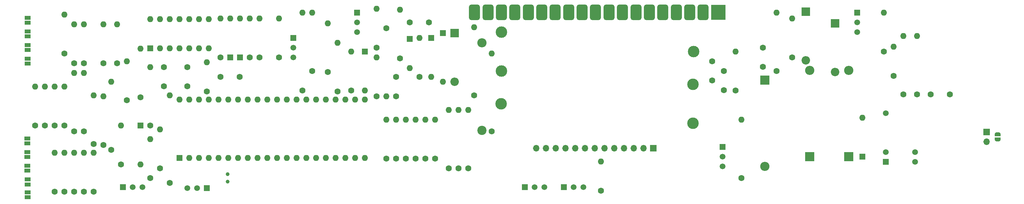
<source format=gbr>
%TF.GenerationSoftware,KiCad,Pcbnew,8.0.1*%
%TF.CreationDate,2024-06-06T00:05:14+02:00*%
%TF.ProjectId,BMW E30 VFL SI Board,424d5720-4533-4302-9056-464c20534920,rev?*%
%TF.SameCoordinates,Original*%
%TF.FileFunction,Soldermask,Bot*%
%TF.FilePolarity,Negative*%
%FSLAX46Y46*%
G04 Gerber Fmt 4.6, Leading zero omitted, Abs format (unit mm)*
G04 Created by KiCad (PCBNEW 8.0.1) date 2024-06-06 00:05:14*
%MOMM*%
%LPD*%
G01*
G04 APERTURE LIST*
G04 Aperture macros list*
%AMRoundRect*
0 Rectangle with rounded corners*
0 $1 Rounding radius*
0 $2 $3 $4 $5 $6 $7 $8 $9 X,Y pos of 4 corners*
0 Add a 4 corners polygon primitive as box body*
4,1,4,$2,$3,$4,$5,$6,$7,$8,$9,$2,$3,0*
0 Add four circle primitives for the rounded corners*
1,1,$1+$1,$2,$3*
1,1,$1+$1,$4,$5*
1,1,$1+$1,$6,$7*
1,1,$1+$1,$8,$9*
0 Add four rect primitives between the rounded corners*
20,1,$1+$1,$2,$3,$4,$5,0*
20,1,$1+$1,$4,$5,$6,$7,0*
20,1,$1+$1,$6,$7,$8,$9,0*
20,1,$1+$1,$8,$9,$2,$3,0*%
%AMFreePoly0*
4,1,19,0.500000,-0.750000,0.000000,-0.750000,0.000000,-0.744911,-0.071157,-0.744911,-0.207708,-0.704816,-0.327430,-0.627875,-0.420627,-0.520320,-0.479746,-0.390866,-0.500000,-0.250000,-0.500000,0.250000,-0.479746,0.390866,-0.420627,0.520320,-0.327430,0.627875,-0.207708,0.704816,-0.071157,0.744911,0.000000,0.744911,0.000000,0.750000,0.500000,0.750000,0.500000,-0.750000,0.500000,-0.750000,
$1*%
%AMFreePoly1*
4,1,19,0.000000,0.744911,0.071157,0.744911,0.207708,0.704816,0.327430,0.627875,0.420627,0.520320,0.479746,0.390866,0.500000,0.250000,0.500000,-0.250000,0.479746,-0.390866,0.420627,-0.520320,0.327430,-0.627875,0.207708,-0.704816,0.071157,-0.744911,0.000000,-0.744911,0.000000,-0.750000,-0.500000,-0.750000,-0.500000,0.750000,0.000000,0.750000,0.000000,0.744911,0.000000,0.744911,
$1*%
G04 Aperture macros list end*
%ADD10FreePoly0,270.000000*%
%ADD11FreePoly1,270.000000*%
%ADD12R,1.700000X1.700000*%
%ADD13O,1.700000X1.700000*%
%ADD14R,1.600000X1.600000*%
%ADD15O,1.600000X1.600000*%
%ADD16R,2.200000X2.200000*%
%ADD17O,2.200000X2.200000*%
%ADD18C,1.600000*%
%ADD19R,2.400000X2.400000*%
%ADD20O,2.400000X2.400000*%
%ADD21R,1.500000X1.500000*%
%ADD22C,1.500000*%
%ADD23C,3.000000*%
%ADD24C,1.000000*%
%ADD25C,2.400000*%
%ADD26R,3.800000X4.000000*%
%ADD27RoundRect,0.500000X-0.900000X-1.500000X0.900000X-1.500000X0.900000X1.500000X-0.900000X1.500000X0*%
%ADD28R,1.500000X1.000000*%
G04 APERTURE END LIST*
D10*
%TO.C,JP11*%
X319811200Y-134359200D03*
D11*
X319811200Y-135659200D03*
%TD*%
D12*
%TO.C,JP10*%
X316915600Y-133785000D03*
D13*
X316915600Y-136325000D03*
%TD*%
D14*
%TO.C,D3*%
X122504000Y-114232000D03*
D15*
X122504000Y-104072000D03*
%TD*%
D16*
%TO.C,D8*%
X178384000Y-107882000D03*
D17*
X178384000Y-120582000D03*
%TD*%
D18*
%TO.C,R34*%
X170764000Y-140648000D03*
D15*
X170764000Y-130488000D03*
%TD*%
D18*
%TO.C,C3*%
X117424000Y-119312000D03*
X122424000Y-119312000D03*
%TD*%
D19*
%TO.C,C10*%
X270840000Y-140140000D03*
D20*
X270840000Y-117640000D03*
%TD*%
D18*
%TO.C,R19*%
X99136000Y-145728000D03*
D15*
X99136000Y-135568000D03*
%TD*%
D18*
%TO.C,R103*%
X91516000Y-142172000D03*
D15*
X91516000Y-132012000D03*
%TD*%
D18*
%TO.C,R9*%
X76784000Y-132012000D03*
D15*
X76784000Y-121852000D03*
%TD*%
D18*
%TO.C,R109*%
X160604000Y-106612000D03*
D15*
X160604000Y-124392000D03*
%TD*%
D18*
%TO.C,R11*%
X88988000Y-138362000D03*
D15*
X88988000Y-120582000D03*
%TD*%
D18*
%TO.C,R45*%
X266268000Y-114232000D03*
D15*
X266268000Y-104072000D03*
%TD*%
D18*
%TO.C,R17*%
X93040000Y-125408000D03*
D15*
X93040000Y-115248000D03*
%TD*%
D21*
%TO.C,Q1*%
X92024000Y-148120000D03*
D22*
X94564000Y-148120000D03*
X97104000Y-148120000D03*
%TD*%
D18*
%TO.C,R3*%
X79324000Y-149284000D03*
D15*
X79324000Y-139124000D03*
%TD*%
D18*
%TO.C,R47*%
X295224000Y-123884000D03*
D15*
X295224000Y-108644000D03*
%TD*%
D18*
%TO.C,R39*%
X164160000Y-114486000D03*
D15*
X164160000Y-101786000D03*
%TD*%
D18*
%TO.C,R105*%
X113868000Y-123122000D03*
D15*
X113868000Y-115502000D03*
%TD*%
D23*
%TO.C,BT1*%
X240468000Y-131492000D03*
X240468000Y-121332000D03*
X190468000Y-126412000D03*
%TD*%
D18*
%TO.C,R112*%
X216484000Y-149030000D03*
D15*
X216484000Y-141410000D03*
%TD*%
D18*
%TO.C,C4*%
X163144000Y-124392000D03*
X163144000Y-119392000D03*
%TD*%
D21*
%TO.C,K1*%
X290652000Y-141540000D03*
D22*
X290652000Y-139000000D03*
X290652000Y-128840000D03*
X298272000Y-139000000D03*
X298272000Y-141540000D03*
%TD*%
D18*
%TO.C,R40*%
X169240000Y-119312000D03*
D15*
X169240000Y-109152000D03*
%TD*%
D16*
%TO.C,D9*%
X269824000Y-102294000D03*
D17*
X269824000Y-114994000D03*
%TD*%
D18*
%TO.C,R26*%
X138760000Y-122868000D03*
D15*
X138760000Y-102548000D03*
%TD*%
D12*
%TO.C,J1*%
X230100000Y-138000000D03*
D13*
X227560000Y-138000000D03*
X225020000Y-138000000D03*
X222480000Y-138000000D03*
X219940000Y-138000000D03*
X217400000Y-138000000D03*
X214860000Y-138000000D03*
X212320000Y-138000000D03*
X209780000Y-138000000D03*
X207240000Y-138000000D03*
X204700000Y-138000000D03*
X202160000Y-138000000D03*
X199620000Y-138000000D03*
%TD*%
D18*
%TO.C,R15*%
X86944000Y-115756000D03*
D15*
X86944000Y-105596000D03*
%TD*%
D19*
%TO.C,C11*%
X281000000Y-140140000D03*
D20*
X281000000Y-117640000D03*
%TD*%
D14*
%TO.C,D2*%
X119964000Y-114232000D03*
D15*
X119964000Y-104072000D03*
%TD*%
D16*
%TO.C,D10*%
X277444000Y-105342000D03*
D17*
X277444000Y-118042000D03*
%TD*%
D18*
%TO.C,R22*%
X117424000Y-114232000D03*
D15*
X117424000Y-104072000D03*
%TD*%
D18*
%TO.C,R5*%
X84404000Y-149284000D03*
D15*
X84404000Y-139124000D03*
%TD*%
D14*
%TO.C,D6*%
X172288000Y-109152000D03*
D15*
X172288000Y-119312000D03*
%TD*%
D21*
%TO.C,Q4*%
X152984000Y-102548000D03*
D22*
X152984000Y-105088000D03*
X152984000Y-107628000D03*
%TD*%
D18*
%TO.C,R38*%
X181940000Y-143188000D03*
D15*
X181940000Y-127948000D03*
%TD*%
D14*
%TO.C,U2*%
X99131000Y-111936000D03*
D15*
X101671000Y-111936000D03*
X104211000Y-111936000D03*
X106751000Y-111936000D03*
X109291000Y-111936000D03*
X111831000Y-111936000D03*
X114371000Y-111936000D03*
X114371000Y-104316000D03*
X111831000Y-104316000D03*
X109291000Y-104316000D03*
X106751000Y-104316000D03*
X104211000Y-104316000D03*
X101671000Y-104316000D03*
X99131000Y-104316000D03*
%TD*%
D18*
%TO.C,R37*%
X179400000Y-143188000D03*
D15*
X179400000Y-127948000D03*
%TD*%
D18*
%TO.C,R14*%
X81864000Y-115756000D03*
D15*
X81864000Y-105596000D03*
%TD*%
D18*
%TO.C,R13*%
X79324000Y-115756000D03*
D15*
X79324000Y-105596000D03*
%TD*%
D18*
%TO.C,C8*%
X258648000Y-116732000D03*
X258648000Y-111732000D03*
%TD*%
D14*
%TO.C,D7*%
X175336000Y-107882000D03*
D15*
X175336000Y-120582000D03*
%TD*%
D14*
%TO.C,D11*%
X284556000Y-140140000D03*
D15*
X284556000Y-129980000D03*
%TD*%
D23*
%TO.C,BT2*%
X190600000Y-107628000D03*
X190600000Y-117788000D03*
X240600000Y-112708000D03*
%TD*%
D18*
%TO.C,R8*%
X74244000Y-132012000D03*
D15*
X74244000Y-121852000D03*
%TD*%
D21*
%TO.C,Q6*%
X206832000Y-148120000D03*
D22*
X209372000Y-148120000D03*
X211912000Y-148120000D03*
%TD*%
D18*
%TO.C,R16*%
X90500000Y-115756000D03*
D15*
X90500000Y-105596000D03*
%TD*%
D18*
%TO.C,R10*%
X86944000Y-137092000D03*
D15*
X86944000Y-124392000D03*
%TD*%
D18*
%TO.C,C6*%
X245440000Y-120248000D03*
X245440000Y-115248000D03*
%TD*%
D14*
%TO.C,D4*%
X155016000Y-112708000D03*
D15*
X155016000Y-122868000D03*
%TD*%
D18*
%TO.C,R36*%
X176860000Y-143188000D03*
D15*
X176860000Y-127948000D03*
%TD*%
D18*
%TO.C,R35*%
X173304000Y-140648000D03*
D15*
X173304000Y-130488000D03*
%TD*%
D24*
%TO.C,Y1*%
X119286000Y-146678000D03*
X119286000Y-144778000D03*
%TD*%
D18*
%TO.C,R20*%
X99136000Y-132012000D03*
D15*
X99136000Y-116772000D03*
%TD*%
D21*
%TO.C,Q5*%
X196672000Y-148120000D03*
D22*
X199212000Y-148120000D03*
X201752000Y-148120000D03*
%TD*%
D18*
%TO.C,R107*%
X147904000Y-123139000D03*
D15*
X147904000Y-110439000D03*
%TD*%
D18*
%TO.C,R30*%
X160604000Y-140648000D03*
D15*
X160604000Y-130488000D03*
%TD*%
D18*
%TO.C,R25*%
X132664000Y-114232000D03*
D15*
X132664000Y-104072000D03*
%TD*%
D19*
%TO.C,C9*%
X259156000Y-120180000D03*
D20*
X259156000Y-142680000D03*
%TD*%
D18*
%TO.C,R29*%
X158064000Y-111692000D03*
D15*
X158064000Y-101532000D03*
%TD*%
D21*
%TO.C,Q8*%
X283180000Y-102548000D03*
D22*
X283180000Y-105088000D03*
X283180000Y-107628000D03*
%TD*%
D21*
%TO.C,Q7*%
X248128000Y-137600000D03*
D22*
X248128000Y-140140000D03*
X248128000Y-142680000D03*
%TD*%
D18*
%TO.C,R101*%
X81864000Y-133536000D03*
D15*
X81864000Y-118296000D03*
%TD*%
D18*
%TO.C,R7*%
X71704000Y-132012000D03*
D15*
X71704000Y-121852000D03*
%TD*%
D18*
%TO.C,R12*%
X76784000Y-113216000D03*
D15*
X76784000Y-103056000D03*
%TD*%
D18*
%TO.C,R18*%
X96596000Y-124646000D03*
D15*
X96596000Y-111946000D03*
%TD*%
D18*
%TO.C,R100*%
X79324000Y-133536000D03*
D15*
X79324000Y-118296000D03*
%TD*%
D18*
%TO.C,R42*%
X253060000Y-145728000D03*
D15*
X253060000Y-130488000D03*
%TD*%
D18*
%TO.C,C12*%
X302376000Y-123884000D03*
X307376000Y-123884000D03*
%TD*%
%TO.C,C5*%
X166740000Y-105088000D03*
X171740000Y-105088000D03*
%TD*%
%TO.C,C1*%
X102692000Y-121812000D03*
X102692000Y-116812000D03*
%TD*%
D25*
%TO.C,R41*%
X185496000Y-133282000D03*
D20*
X185496000Y-110422000D03*
%TD*%
D26*
%TO.C,J2*%
X247100000Y-102500000D03*
D27*
X243100000Y-102500000D03*
X239600000Y-102500000D03*
X236100000Y-102500000D03*
X232600000Y-102500000D03*
X229100000Y-102500000D03*
X225600000Y-102500000D03*
X222100000Y-102500000D03*
X218600000Y-102500000D03*
X215100000Y-102500000D03*
X211600000Y-102500000D03*
X208100000Y-102500000D03*
X204600000Y-102500000D03*
X201100000Y-102500000D03*
X197600000Y-102500000D03*
X194100000Y-102500000D03*
X190600000Y-102500000D03*
X187100000Y-102500000D03*
X183600000Y-102500000D03*
%TD*%
D18*
%TO.C,R31*%
X163144000Y-140648000D03*
D15*
X163144000Y-130488000D03*
%TD*%
D18*
%TO.C,R111*%
X188036000Y-133536000D03*
D15*
X188036000Y-113216000D03*
%TD*%
D18*
%TO.C,R48*%
X298780000Y-123884000D03*
D15*
X298780000Y-108644000D03*
%TD*%
D18*
%TO.C,R33*%
X168224000Y-140648000D03*
D15*
X168224000Y-130488000D03*
%TD*%
D14*
%TO.C,U1*%
X106756000Y-140500000D03*
D15*
X109296000Y-140500000D03*
X111836000Y-140500000D03*
X114376000Y-140500000D03*
X116916000Y-140500000D03*
X119456000Y-140500000D03*
X121996000Y-140500000D03*
X124536000Y-140500000D03*
X127076000Y-140500000D03*
X129616000Y-140500000D03*
X132156000Y-140500000D03*
X134696000Y-140500000D03*
X137236000Y-140500000D03*
X139776000Y-140500000D03*
X142316000Y-140500000D03*
X144856000Y-140500000D03*
X147396000Y-140500000D03*
X149936000Y-140500000D03*
X152476000Y-140500000D03*
X155016000Y-140500000D03*
X155016000Y-125260000D03*
X152476000Y-125260000D03*
X149936000Y-125260000D03*
X147396000Y-125260000D03*
X144856000Y-125260000D03*
X142316000Y-125260000D03*
X139776000Y-125260000D03*
X137236000Y-125260000D03*
X134696000Y-125260000D03*
X132156000Y-125260000D03*
X129616000Y-125260000D03*
X127076000Y-125260000D03*
X124536000Y-125260000D03*
X121996000Y-125260000D03*
X119456000Y-125260000D03*
X116916000Y-125260000D03*
X114376000Y-125260000D03*
X111836000Y-125260000D03*
X109296000Y-125260000D03*
X106756000Y-125260000D03*
%TD*%
D21*
%TO.C,Q3*%
X136368000Y-109152000D03*
D22*
X136368000Y-111692000D03*
X136368000Y-114232000D03*
%TD*%
D18*
%TO.C,R27*%
X145364000Y-118042000D03*
D15*
X145364000Y-105342000D03*
%TD*%
D18*
%TO.C,R46*%
X290144000Y-112708000D03*
D15*
X290144000Y-102548000D03*
%TD*%
D18*
%TO.C,R108*%
X151460000Y-122868000D03*
D15*
X151460000Y-112708000D03*
%TD*%
D18*
%TO.C,R32*%
X165712000Y-140648000D03*
D15*
X165712000Y-130488000D03*
%TD*%
D18*
%TO.C,C7*%
X248488000Y-122828000D03*
X248488000Y-117828000D03*
%TD*%
%TO.C,R23*%
X125044000Y-114232000D03*
D15*
X125044000Y-104072000D03*
%TD*%
D18*
%TO.C,R102*%
X84404000Y-136855000D03*
D15*
X84404000Y-124155000D03*
%TD*%
D18*
%TO.C,R28*%
X158064000Y-124392000D03*
D15*
X158064000Y-114232000D03*
%TD*%
D18*
%TO.C,C2*%
X108788000Y-121812000D03*
X108788000Y-116812000D03*
%TD*%
%TO.C,R24*%
X127584000Y-114232000D03*
D15*
X127584000Y-104072000D03*
%TD*%
D18*
%TO.C,R6*%
X69164000Y-132012000D03*
D15*
X69164000Y-121852000D03*
%TD*%
D18*
%TO.C,R44*%
X262204000Y-117788000D03*
D15*
X262204000Y-102548000D03*
%TD*%
D14*
%TO.C,D1*%
X96596000Y-132012000D03*
D15*
X96596000Y-142172000D03*
%TD*%
D18*
%TO.C,R2*%
X76784000Y-149284000D03*
D15*
X76784000Y-139124000D03*
%TD*%
D18*
%TO.C,R113*%
X292684000Y-119058000D03*
D15*
X292684000Y-111438000D03*
%TD*%
D18*
%TO.C,R104*%
X104216000Y-146998000D03*
D15*
X104216000Y-124138000D03*
%TD*%
D18*
%TO.C,R1*%
X74244000Y-149284000D03*
D15*
X74244000Y-139124000D03*
%TD*%
D18*
%TO.C,R43*%
X251536000Y-122868000D03*
D15*
X251536000Y-112708000D03*
%TD*%
D18*
%TO.C,R4*%
X81864000Y-149284000D03*
D15*
X81864000Y-139124000D03*
%TD*%
D18*
%TO.C,R106*%
X141300000Y-117788000D03*
D15*
X141300000Y-102548000D03*
%TD*%
D18*
%TO.C,R110*%
X183464000Y-124138000D03*
D15*
X183464000Y-106358000D03*
%TD*%
D14*
%TO.C,D5*%
X166700000Y-109406000D03*
D15*
X166700000Y-117026000D03*
%TD*%
D18*
%TO.C,R21*%
X101676000Y-143188000D03*
D15*
X101676000Y-133028000D03*
%TD*%
D21*
%TO.C,Q2*%
X113868000Y-148416000D03*
D22*
X111328000Y-148416000D03*
X108788000Y-148416000D03*
%TD*%
D28*
%TO.C,JP5*%
X67132000Y-135426000D03*
X67132000Y-136726000D03*
%TD*%
%TO.C,JP1*%
X67232000Y-103930000D03*
X67232000Y-105230000D03*
%TD*%
%TO.C,JP9*%
X67208200Y-149472200D03*
X67208200Y-150772200D03*
%TD*%
%TO.C,JP2*%
X67232000Y-107486000D03*
X67232000Y-108786000D03*
%TD*%
%TO.C,JP6*%
X67132000Y-138982000D03*
X67132000Y-140282000D03*
%TD*%
%TO.C,JP4*%
X67232000Y-114598000D03*
X67232000Y-115898000D03*
%TD*%
%TO.C,JP8*%
X67208200Y-146144800D03*
X67208200Y-147444800D03*
%TD*%
%TO.C,JP3*%
X67232000Y-111042000D03*
X67232000Y-112342000D03*
%TD*%
%TO.C,JP7*%
X67182800Y-142538000D03*
X67182800Y-143838000D03*
%TD*%
M02*

</source>
